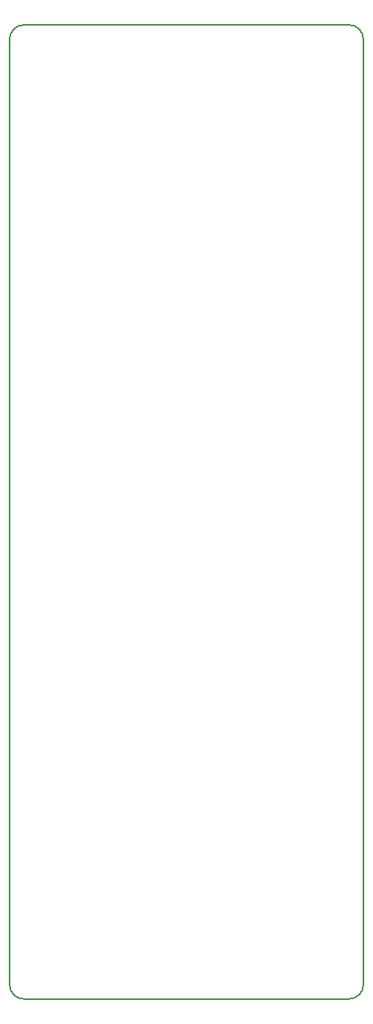
<source format=gbr>
G04 #@! TF.GenerationSoftware,KiCad,Pcbnew,(5.0.0)*
G04 #@! TF.CreationDate,2018-12-20T12:11:05-05:00*
G04 #@! TF.ProjectId,fk-weather,666B2D776561746865722E6B69636164,0.1*
G04 #@! TF.SameCoordinates,PX791ddc0PY791ddc0*
G04 #@! TF.FileFunction,Profile,NP*
%FSLAX46Y46*%
G04 Gerber Fmt 4.6, Leading zero omitted, Abs format (unit mm)*
G04 Created by KiCad (PCBNEW (5.0.0)) date 12/20/18 12:11:05*
%MOMM*%
%LPD*%
G01*
G04 APERTURE LIST*
%ADD10C,0.150000*%
G04 APERTURE END LIST*
D10*
X-40896555Y29697917D02*
G75*
G03X-42396555Y28197917I0J-1500000D01*
G01*
X-42396555Y-71802083D02*
G75*
G03X-40896555Y-73302083I1500000J0D01*
G01*
X-6396555Y-73302083D02*
G75*
G03X-4896555Y-71802083I0J1500000D01*
G01*
X-4896555Y28197917D02*
G75*
G03X-6396555Y29697917I-1500000J0D01*
G01*
X-4896555Y-71802083D02*
X-4896555Y28197917D01*
X-42396555Y28197917D02*
X-42396555Y-71802083D01*
X-40896555Y-73302083D02*
X-6396555Y-73302083D01*
X-6396555Y29697917D02*
X-40896555Y29697917D01*
M02*

</source>
